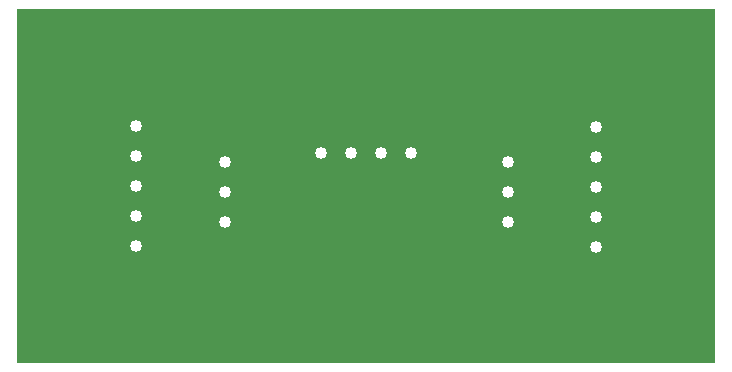
<source format=gbr>
G04 FreePCB version 1.355*
G04 C:\FcPoly-Ttest\board_outline.grb*
G04 board outline layer *
G04 Scale: 100 percent, Rotated: No, Reflected: No *
G04 Converted by FpcPoly Version 1.13R on Wed May 15 18:46:34 2019 *

G04 Drilled by FpcPoly Version 1.13R on Wed May 15 18:46:34 2019 *

%FSLAX24Y24*%
%MOIN*%
%ADD10C,0.040000*%

G90*

%LPD*%

G04 Begin outline 1 *

G36*
X0Y11800D02*
X23250Y11800D01*
G04 end of side 1*
X23250Y0D01*
G04 end of side 2*
X0Y0D01*
G04 end of side 3*
X0Y11800D01*

G37*
G04 End outline 1 *


%LPC*%


G54D10*
X003960Y007900D03*
X003960Y006900D03*
X003960Y005900D03*
X003960Y004900D03*
X003960Y003900D03*
X019280Y007860D03*
X019280Y006860D03*
X019280Y005860D03*
X019280Y004860D03*
X019280Y003860D03*
X016340Y006700D03*
X016340Y005700D03*
X016340Y004700D03*
X006920Y006700D03*
X006920Y005700D03*
X006920Y004700D03*
X010130Y007000D03*
X011130Y007000D03*
X012130Y007000D03*
X013130Y007000D03*

M00*
M02*

</source>
